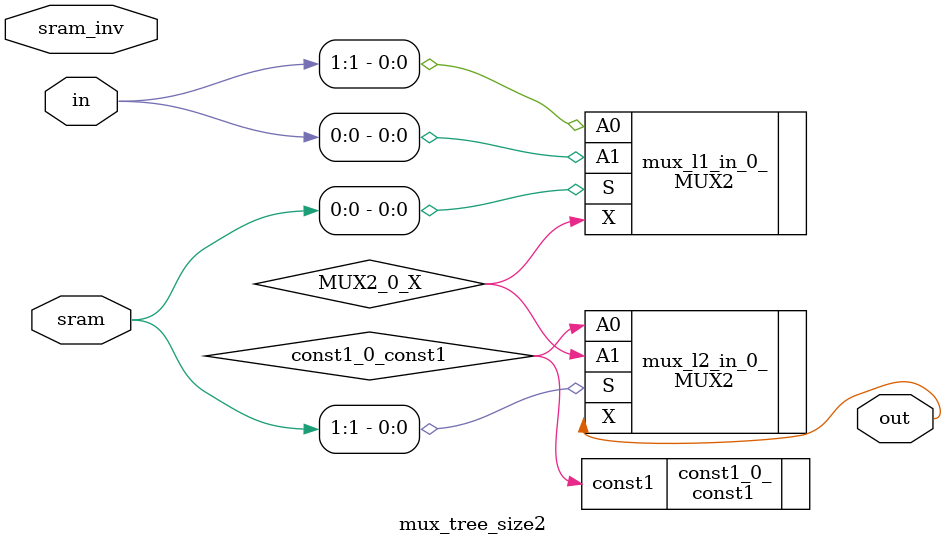
<source format=v>

`default_nettype wire




//----- Default net type -----
`default_nettype wire

// ----- Verilog module for mux_tree_size2 -----
module mux_tree_size2(in,
                      sram,
                      sram_inv,
                      out);
//----- INPUT PORTS -----
input [0:1] in;
//----- INPUT PORTS -----
input [0:1] sram;
//----- INPUT PORTS -----
input [0:1] sram_inv;
//----- OUTPUT PORTS -----
output [0:0] out;

//----- BEGIN wire-connection ports -----
//----- END wire-connection ports -----


//----- BEGIN Registered ports -----
//----- END Registered ports -----


wire [0:0] MUX2_0_X;
wire [0:0] const1_0_const1;

// ----- BEGIN Local short connections -----
// ----- END Local short connections -----
// ----- BEGIN Local output short connections -----
// ----- END Local output short connections -----

	const1 const1_0_ (
		.const1(const1_0_const1));

	MUX2 mux_l1_in_0_ (
		.A1(in[0]),
		.A0(in[1]),
		.S(sram[0]),
		.X(MUX2_0_X));

	MUX2 mux_l2_in_0_ (
		.A1(MUX2_0_X),
		.A0(const1_0_const1),
		.S(sram[1]),
		.X(out));

endmodule

</source>
